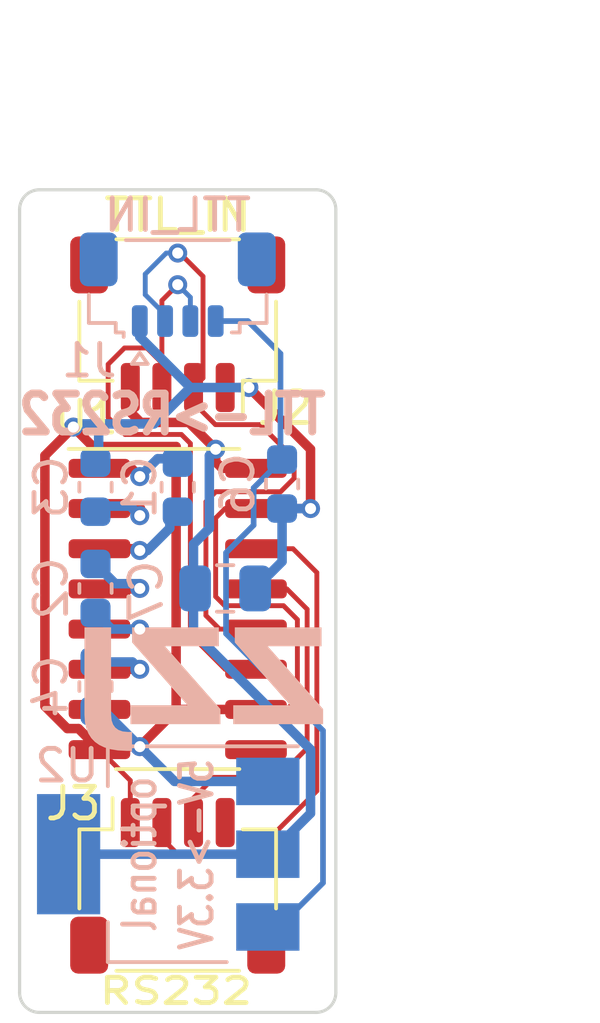
<source format=kicad_pcb>
(kicad_pcb (version 20221018) (generator pcbnew)
  (layers (0 "F.Cu" signal) (31 "B.Cu" signal) (34 "B.Paste" user) (35 "F.Paste" user) (36 "B.SilkS" user "B.Silkscreen") (37 "F.SilkS" user "F.Silkscreen") (38 "B.Mask" user) (39 "F.Mask" user) (44 "Edge.Cuts" user))
  (net 0 "")
  (net 1 "Net-(U1-C1+)")
  (net 2 "Net-(U1-C1-)")
  (net 3 "Net-(U1-C2+)")
  (net 4 "Net-(U1-C2-)")
  (net 5 "Net-(U1-VS+)")
  (net 6 "GND")
  (net 7 "Net-(U1-VS-)")
  (net 8 "+3V3")
  (net 9 "+5V")
  (net 10 "/RX_TTL")
  (net 11 "/TX_TTL")
  (net 12 "/RX_SER")
  (net 13 "/TX_SER")
  (footprint "Connector_JST:JST_SH_SM04B-SRSS-TB_1x04-1MP_P1.00mm_Horizontal" (layer "F.Cu") (at 116 88.25 180)
    (fp_text reference "J2" (at -3.4 -2.65) (layer "F.SilkS") (effects (font (thickness 0.153))))
    (fp_text value "TTL_IN" (at 0 3.45) (layer "F.SilkS") (effects (font (thickness 0.153))))
    (fp_line (start -3.11 -1.785) (end -2.06 -1.785) (stroke (width 0.12)) (layer "F.SilkS"))
    (fp_line (start -3.11 0.715) (end -3.11 -1.785) (stroke (width 0.12)) (layer "F.SilkS"))
    (fp_line (start -2.06 -1.785) (end -2.06 -2.775) (stroke (width 0.12)) (layer "F.SilkS"))
    (fp_line (start -1.94 2.685) (end 1.94 2.685) (stroke (width 0.12)) (layer "F.SilkS"))
    (fp_line (start 3.11 -1.785) (end 2.06 -1.785) (stroke (width 0.12)) (layer "F.SilkS"))
    (fp_line (start 3.11 0.715) (end 3.11 -1.785) (stroke (width 0.12)) (layer "F.SilkS"))
    (pad "1" smd roundrect (at -1.5 -2 180) (size 0.6 1.55) (layers "F.Cu" "F.Paste" "F.Mask") (net 6 "GND"))
    (pad "2" smd roundrect (at -0.5 -2 180) (size 0.6 1.55) (layers "F.Cu" "F.Paste" "F.Mask") (net 10 "/RX_TTL"))
    (pad "3" smd roundrect (at 0.5 -2 180) (size 0.6 1.55) (layers "F.Cu" "F.Paste" "F.Mask") (net 11 "/TX_TTL"))
    (pad "4" smd roundrect (at 1.5 -2 180) (size 0.6 1.55) (layers "F.Cu" "F.Paste" "F.Mask") (net 8 "+3V3"))
    (pad "MP" smd roundrect (at -2.8 1.875 180) (size 1.2 1.8) (layers "F.Cu" "F.Paste" "F.Mask") (roundrect_rratio 0.2083333333))
    (pad "MP" smd roundrect (at 2.8 1.875 180) (size 1.2 1.8) (layers "F.Cu" "F.Paste" "F.Mask") (roundrect_rratio 0.2083333333))
  )
  (footprint "Connector_JST:JST_SH_SM04B-SRSS-TB_1x04-1MP_P1.00mm_Horizontal" (layer "F.Cu") (at 116 106)
    (fp_text reference "J3" (at -3.3 -2.6) (layer "F.SilkS") (effects (font (thickness 0.153))))
    (fp_text value "RS232" (at -0.055658 3.326714) (layer "F.SilkS") (effects (font (size 0.8 1) (thickness 0.153))))
    (fp_line (start -3.11 -1.785) (end -2.06 -1.785) (stroke (width 0.12)) (layer "F.SilkS"))
    (fp_line (start -3.11 0.715) (end -3.11 -1.785) (stroke (width 0.12)) (layer "F.SilkS"))
    (fp_line (start -2.06 -1.785) (end -2.06 -2.775) (stroke (width 0.12)) (layer "F.SilkS"))
    (fp_line (start -1.94 2.685) (end 1.94 2.685) (stroke (width 0.12)) (layer "F.SilkS"))
    (fp_line (start 3.11 -1.785) (end 2.06 -1.785) (stroke (width 0.12)) (layer "F.SilkS"))
    (fp_line (start 3.11 0.715) (end 3.11 -1.785) (stroke (width 0.12)) (layer "F.SilkS"))
    (pad "1" smd roundrect (at -1.5 -2) (size 0.6 1.55) (layers "F.Cu" "F.Paste" "F.Mask") (net 6 "GND"))
    (pad "2" smd roundrect (at -0.5 -2) (size 0.6 1.55) (layers "F.Cu" "F.Paste" "F.Mask") (net 12 "/RX_SER"))
    (pad "3" smd roundrect (at 0.5 -2) (size 0.6 1.55) (layers "F.Cu" "F.Paste" "F.Mask") (net 13 "/TX_SER"))
    (pad "4" smd roundrect (at 1.5 -2) (size 0.6 1.55) (layers "F.Cu" "F.Paste" "F.Mask"))
    (pad "MP" smd roundrect (at -2.8 1.875) (size 1.2 1.8) (layers "F.Cu" "F.Paste" "F.Mask") (roundrect_rratio 0.2083333333))
    (pad "MP" smd roundrect (at 2.8 1.875) (size 1.2 1.8) (layers "F.Cu" "F.Paste" "F.Mask") (roundrect_rratio 0.2083333333))
  )
  (footprint "Package_SO:SOIC-16_3.9x9.9mm_P1.27mm" (layer "F.Cu") (at 116 97.25)
    (fp_text reference "U1" (at -2.9 -6.05) (layer "F.SilkS") (effects (font (thickness 0.153))))
    (fp_text value "MAX3232")
    (fp_line (start 0 -5.06) (end -3.45 -5.06) (stroke (width 0.12)) (layer "F.SilkS"))
    (fp_line (start 0 -5.06) (end 1.95 -5.06) (stroke (width 0.12)) (layer "F.SilkS"))
    (fp_line (start 0 5.06) (end -1.95 5.06) (stroke (width 0.12)) (layer "F.SilkS"))
    (fp_line (start 0 5.06) (end 1.95 5.06) (stroke (width 0.12)) (layer "F.SilkS"))
    (pad "1" smd roundrect (at -2.475 -4.445) (size 1.95 0.6) (layers "F.Cu" "F.Paste" "F.Mask") (net 1 "Net-(U1-C1+)"))
    (pad "2" smd roundrect (at -2.475 -3.175) (size 1.95 0.6) (layers "F.Cu" "F.Paste" "F.Mask") (net 5 "Net-(U1-VS+)"))
    (pad "3" smd roundrect (at -2.475 -1.905) (size 1.95 0.6) (layers "F.Cu" "F.Paste" "F.Mask") (net 2 "Net-(U1-C1-)"))
    (pad "4" smd roundrect (at -2.475 -0.635) (size 1.95 0.6) (layers "F.Cu" "F.Paste" "F.Mask") (net 3 "Net-(U1-C2+)"))
    (pad "5" smd roundrect (at -2.475 0.635) (size 1.95 0.6) (layers "F.Cu" "F.Paste" "F.Mask") (net 4 "Net-(U1-C2-)"))
    (pad "6" smd roundrect (at -2.475 1.905) (size 1.95 0.6) (layers "F.Cu" "F.Paste" "F.Mask") (net 7 "Net-(U1-VS-)"))
    (pad "7" smd roundrect (at -2.475 3.175) (size 1.95 0.6) (layers "F.Cu" "F.Paste" "F.Mask"))
    (pad "8" smd roundrect (at -2.475 4.445) (size 1.95 0.6) (layers "F.Cu" "F.Paste" "F.Mask") (net 6 "GND"))
    (pad "9" smd roundrect (at 2.475 4.445) (size 1.95 0.6) (layers "F.Cu" "F.Paste" "F.Mask"))
    (pad "10" smd roundrect (at 2.475 3.175) (size 1.95 0.6) (layers "F.Cu" "F.Paste" "F.Mask") (net 6 "GND"))
    (pad "11" smd roundrect (at 2.475 1.905) (size 1.95 0.6) (layers "F.Cu" "F.Paste" "F.Mask") (net 11 "/TX_TTL"))
    (pad "12" smd roundrect (at 2.475 0.635) (size 1.95 0.6) (layers "F.Cu" "F.Paste" "F.Mask") (net 10 "/RX_TTL"))
    (pad "13" smd roundrect (at 2.475 -0.635) (size 1.95 0.6) (layers "F.Cu" "F.Paste" "F.Mask") (net 13 "/TX_SER"))
    (pad "14" smd roundrect (at 2.475 -1.905) (size 1.95 0.6) (layers "F.Cu" "F.Paste" "F.Mask") (net 12 "/RX_SER"))
    (pad "15" smd roundrect (at 2.475 -3.175) (size 1.95 0.6) (layers "F.Cu" "F.Paste" "F.Mask") (net 6 "GND"))
    (pad "16" smd roundrect (at 2.475 -4.445) (size 1.95 0.6) (layers "F.Cu" "F.Paste" "F.Mask") (net 8 "+3V3"))
  )
  (footprint "Package_TO_SOT_SMD:SOT-223-3_TabPin2" (layer "B.Cu") (at 115.7 105 180)
    (fp_text reference "U2" (at 3.2 2.8 180) (layer "B.SilkS") (effects (font (thickness 0.153)) (justify mirror)))
    (fp_text value "AMS1117-3.3")
    (fp_text user "5V->3.3V" (at -0.9 0 90 unlocked) (layer "B.SilkS") (effects (font (size 1 0.8) (thickness 0.153)) (justify mirror)))
    (fp_text user "optional" (at 0.9 0 90 unlocked) (layer "B.SilkS") (effects (font (size 1 0.8) (thickness 0.153)) (justify mirror)))
    (fp_line (start -4.1 3.41) (end 1.91 3.41) (stroke (width 0.12)) (layer "B.SilkS"))
    (fp_line (start -1.85 -3.41) (end 1.91 -3.41) (stroke (width 0.12)) (layer "B.SilkS"))
    (fp_line (start 1.91 -3.41) (end 1.91 -2.15) (stroke (width 0.12)) (layer "B.SilkS"))
    (fp_line (start 1.91 3.41) (end 1.91 2.15) (stroke (width 0.12)) (layer "B.SilkS"))
    (pad "1" smd rect (at -3.15 2.3 180) (size 2 1.5) (layers "B.Cu" "B.Paste" "B.Mask") (net 6 "GND"))
    (pad "2" smd rect (at -3.15 0 180) (size 2 1.5) (layers "B.Cu" "B.Paste" "B.Mask") (net 8 "+3V3"))
    (pad "2" smd rect (at 3.15 0 180) (size 2 3.8) (layers "B.Cu" "B.Paste" "B.Mask") (net 8 "+3V3"))
    (pad "3" smd rect (at -3.15 -2.3 180) (size 2 1.5) (layers "B.Cu" "B.Paste" "B.Mask") (net 9 "+5V"))
  )
  (footprint "Capacitor_SMD:C_0805_2012Metric" (layer "B.Cu") (at 117.5 96.6)
    (fp_text reference "C7" (at -2.5 0.1 -90) (layer "B.SilkS") (effects (font (thickness 0.153)) (justify mirror)))
    (fp_text value "22uF")
    (fp_line (start -0.261252 -0.735) (end 0.261252 -0.735) (stroke (width 0.12)) (layer "B.SilkS"))
    (fp_line (start -0.261252 0.735) (end 0.261252 0.735) (stroke (width 0.12)) (layer "B.SilkS"))
    (pad "1" smd roundrect (at -0.95 0) (size 1 1.45) (layers "B.Cu" "B.Paste" "B.Mask") (net 8 "+3V3"))
    (pad "2" smd roundrect (at 0.95 0) (size 1 1.45) (layers "B.Cu" "B.Paste" "B.Mask") (net 6 "GND"))
  )
  (footprint "Capacitor_SMD:C_0603_1608Metric" (layer "B.Cu") (at 119.3 93.3 90)
    (fp_text reference "C6" (at 0 -1.4 90) (layer "B.SilkS") (effects (font (thickness 0.153)) (justify mirror)))
    (fp_text value "100nF")
    (fp_line (start -0.14058 -0.51) (end 0.14058 -0.51) (stroke (width 0.12)) (layer "B.SilkS"))
    (fp_line (start -0.14058 0.51) (end 0.14058 0.51) (stroke (width 0.12)) (layer "B.SilkS"))
    (pad "1" smd roundrect (at -0.775 0 90) (size 0.9 0.95) (layers "B.Cu" "B.Paste" "B.Mask") (net 6 "GND"))
    (pad "2" smd roundrect (at 0.775 0 90) (size 0.9 0.95) (layers "B.Cu" "B.Paste" "B.Mask") (net 9 "+5V"))
  )
  (footprint "Capacitor_SMD:C_0603_1608Metric" (layer "B.Cu") (at 116 93.4 -90)
    (fp_text reference "C1" (at 0 1.2 90) (layer "B.SilkS") (effects (font (thickness 0.153)) (justify mirror)))
    (fp_text value "100nF")
    (fp_line (start -0.14058 -0.51) (end 0.14058 -0.51) (stroke (width 0.12)) (layer "B.SilkS"))
    (fp_line (start -0.14058 0.51) (end 0.14058 0.51) (stroke (width 0.12)) (layer "B.SilkS"))
    (pad "1" smd roundrect (at -0.775 0 270) (size 0.9 0.95) (layers "B.Cu" "B.Paste" "B.Mask") (net 1 "Net-(U1-C1+)"))
    (pad "2" smd roundrect (at 0.775 0 270) (size 0.9 0.95) (layers "B.Cu" "B.Paste" "B.Mask") (net 2 "Net-(U1-C1-)"))
  )
  (footprint "Connector_JST:JST_SUR_SM04B-SURS-TF_1x04-1MP_P0.80mm_Horizontal" (layer "B.Cu") (at 116 87)
    (fp_text reference "J1" (at -2.8 2.4) (layer "B.SilkS") (effects (font (thickness 0.153)) (justify mirror)))
    (fp_text value "TTL_IN" (at 0 -2.2 unlocked) (layer "B.SilkS") (effects (font (thickness 0.153)) (justify mirror)))
    (fp_line (start -2.81 0.31) (end -2.81 1.21) (stroke (width 0.12)) (layer "B.SilkS"))
    (fp_line (start -2.81 1.21) (end -1.96 1.21) (stroke (width 0.12)) (layer "B.SilkS"))
    (fp_line (start -1.96 1.21) (end -1.96 1.51) (stroke (width 0.12)) (layer "B.SilkS"))
    (fp_line (start -1.96 1.51) (end -1.71 1.51) (stroke (width 0.12)) (layer "B.SilkS"))
    (fp_line (start -1.71 1.51) (end -1.71 1.65) (stroke (width 0.12)) (layer "B.SilkS"))
    (fp_line (start -1.64 -1.41) (end 1.64 -1.41) (stroke (width 0.12)) (layer "B.SilkS"))
    (fp_line (start -1.45 2.503553) (end -1.2 2.15) (stroke (width 0.12)) (layer "B.SilkS"))
    (fp_line (start -1.2 2.15) (end -0.95 2.503553) (stroke (width 0.12)) (layer "B.SilkS"))
    (fp_line (start -0.95 2.503553) (end -1.45 2.503553) (stroke (width 0.12)) (layer "B.SilkS"))
    (fp_line (start 1.96 1.21) (end 1.96 1.51) (stroke (width 0.12)) (layer "B.SilkS"))
    (fp_line (start 1.96 1.51) (end 1.71 1.51) (stroke (width 0.12)) (layer "B.SilkS"))
    (fp_line (start 2.81 0.31) (end 2.81 1.21) (stroke (width 0.12)) (layer "B.SilkS"))
    (fp_line (start 2.81 1.21) (end 1.96 1.21) (stroke (width 0.12)) (layer "B.SilkS"))
    (pad "1" smd roundrect (at -1.2 1.15) (size 0.5 1) (layers "B.Cu" "B.Paste" "B.Mask") (net 6 "GND"))
    (pad "2" smd roundrect (at -0.4 1.15) (size 0.5 1) (layers "B.Cu" "B.Paste" "B.Mask") (net 10 "/RX_TTL"))
    (pad "3" smd roundrect (at 0.4 1.15) (size 0.5 1) (layers "B.Cu" "B.Paste" "B.Mask") (net 11 "/TX_TTL"))
    (pad "4" smd roundrect (at 1.2 1.15) (size 0.5 1) (layers "B.Cu" "B.Paste" "B.Mask") (net 9 "+5V"))
    (pad "MP" smd roundrect (at -2.5 -0.8) (size 1.2 1.7) (layers "B.Cu" "B.Paste" "B.Mask") (roundrect_rratio 0.2083333333))
    (pad "MP" smd roundrect (at 2.5 -0.8) (size 1.2 1.7) (layers "B.Cu" "B.Paste" "B.Mask") (roundrect_rratio 0.2083333333))
  )
  (footprint "Capacitor_SMD:C_0603_1608Metric" (layer "B.Cu") (at 113.4 93.4 90)
    (fp_text reference "C3" (at 0 -1.4 90) (layer "B.SilkS") (effects (font (thickness 0.153)) (justify mirror)))
    (fp_text value "100nF")
    (fp_line (start -0.14058 -0.51) (end 0.14058 -0.51) (stroke (width 0.12)) (layer "B.SilkS"))
    (fp_line (start -0.14058 0.51) (end 0.14058 0.51) (stroke (width 0.12)) (layer "B.SilkS"))
    (pad "1" smd roundrect (at -0.775 0 90) (size 0.9 0.95) (layers "B.Cu" "B.Paste" "B.Mask") (net 5 "Net-(U1-VS+)"))
    (pad "2" smd roundrect (at 0.775 0 90) (size 0.9 0.95) (layers "B.Cu" "B.Paste" "B.Mask") (net 6 "GND"))
  )
  (footprint "Capacitor_SMD:C_0603_1608Metric" (layer "B.Cu") (at 113.4 99.7 -90)
    (fp_text reference "C4" (at 0 1.4 90) (layer "B.SilkS") (effects (font (thickness 0.153)) (justify mirror)))
    (fp_text value "100nF")
    (fp_line (start -0.14058 -0.51) (end 0.14058 -0.51) (stroke (width 0.12)) (layer "B.SilkS"))
    (fp_line (start -0.14058 0.51) (end 0.14058 0.51) (stroke (width 0.12)) (layer "B.SilkS"))
    (pad "1" smd roundrect (at -0.775 0 270) (size 0.9 0.95) (layers "B.Cu" "B.Paste" "B.Mask") (net 7 "Net-(U1-VS-)"))
    (pad "2" smd roundrect (at 0.775 0 270) (size 0.9 0.95) (layers "B.Cu" "B.Paste" "B.Mask") (net 6 "GND"))
  )
  (footprint "Capacitor_SMD:C_0603_1608Metric" (layer "B.Cu") (at 113.4 96.6 -90)
    (fp_text reference "C2" (at 0 1.4 90) (layer "B.SilkS") (effects (font (thickness 0.153)) (justify mirror)))
    (fp_text value "100nF")
    (fp_line (start -0.14058 -0.51) (end 0.14058 -0.51) (stroke (width 0.12)) (layer "B.SilkS"))
    (fp_line (start -0.14058 0.51) (end 0.14058 0.51) (stroke (width 0.12)) (layer "B.SilkS"))
    (pad "1" smd roundrect (at -0.775 0 270) (size 0.9 0.95) (layers "B.Cu" "B.Paste" "B.Mask") (net 3 "Net-(U1-C2+)"))
    (pad "2" smd roundrect (at 0.775 0 270) (size 0.9 0.95) (layers "B.Cu" "B.Paste" "B.Mask") (net 4 "Net-(U1-C2-)"))
  )
  (gr_line (start 121 109.375736) (end 121 84.624264) (stroke (width 0.1)) (layer "Edge.Cuts"))
  (gr_line (start 111 84.624264) (end 111 109.375736) (stroke (width 0.1)) (layer "Edge.Cuts"))
  (gr_line (start 111.624264 110) (end 120.375736 110) (stroke (width 0.1)) (layer "Edge.Cuts"))
  (gr_arc (start 111 84.624264) (mid 111.182843 84.182843) (end 111.624264 84) (stroke (width 0.1)) (layer "Edge.Cuts"))
  (gr_arc (start 111.624264 110) (mid 111.182853 109.817147) (end 111 109.375736) (stroke (width 0.1)) (layer "Edge.Cuts"))
  (gr_arc (start 121 109.375736) (mid 120.817147 109.817147) (end 120.375736 110) (stroke (width 0.1)) (layer "Edge.Cuts"))
  (gr_arc (start 120.375736 84) (mid 120.817157 84.182843) (end 121 84.624264) (stroke (width 0.1)) (layer "Edge.Cuts"))
  (gr_line (start 120.375736 84) (end 111.624264 84) (stroke (width 0.1)) (layer "Edge.Cuts"))
  (gr_text "ZZJ" (at 120.8 101.4) (layer "B.SilkS") (effects (font (size 3 3.2) (thickness 0.6) bold) (justify left bottom mirror)))
  (gr_text "TTL->RS232" (at 120.8 91.8) (layer "B.SilkS") (effects (font (size 1.2 1) (thickness 0.25) bold) (justify left bottom mirror)))
  (segment (start 113.525 92.805) (end 114.53999 92.805) (width 0.3) (layer "F.Cu") (net 1))
  (segment (start 114.53999 92.805) (end 114.8 93.06501) (width 0.3) (layer "F.Cu") (net 1))
  (via (at 114.8 93.06501) (size 0.6) (drill 0.35) (layers "F.Cu" "B.Cu") (net 1))
  (segment (start 116 92.5) (end 115.36501 92.5) (width 0.3) (layer "B.Cu") (net 1))
  (segment (start 115.36501 92.5) (end 114.8 93.06501) (width 0.3) (layer "B.Cu") (net 1))
  (segment (start 113.525 95.345) (end 114.744997 95.345) (width 0.3) (layer "F.Cu") (net 2))
  (segment (start 114.744997 95.345) (end 114.8 95.400003) (width 0.3) (layer "F.Cu") (net 2))
  (via (at 114.8 95.400003) (size 0.6) (drill 0.35) (layers "F.Cu" "B.Cu") (net 2))
  (segment (start 115.75 94.693503) (end 115.0435 95.400003) (width 0.3) (layer "B.Cu") (net 2))
  (segment (start 115.0435 95.400003) (end 114.8 95.400003) (width 0.3) (layer "B.Cu") (net 2))
  (segment (start 115.75 94.495) (end 115.75 94.693503) (width 0.3) (layer "B.Cu") (net 2))
  (segment (start 113.525 96.615) (end 114.785 96.615) (width 0.3) (layer "F.Cu") (net 3))
  (segment (start 114.785 96.615) (end 114.800003 96.599997) (width 0.3) (layer "F.Cu") (net 3))
  (via (at 114.800003 96.599997) (size 0.6) (drill 0.35) (layers "F.Cu" "B.Cu") (net 3))
  (segment (start 114.025 96.45) (end 114.735 96.45) (width 0.3) (layer "B.Cu") (net 3))
  (segment (start 113.4 95.825) (end 114.025 96.45) (width 0.3) (layer "B.Cu") (net 3))
  (segment (start 114.800003 96.515003) (end 114.800003 96.599997) (width 0.154) (layer "B.Cu") (net 3))
  (segment (start 114.735 96.45) (end 114.800003 96.515003) (width 0.154) (layer "B.Cu") (net 3))
  (segment (start 113.525 97.885) (end 114.8 97.884999) (width 0.3) (layer "F.Cu") (net 4))
  (via (at 114.8 97.884999) (size 0.6) (drill 0.35) (layers "F.Cu" "B.Cu") (net 4))
  (segment (start 113.4 97.375) (end 113.909999 97.884999) (width 0.3) (layer "B.Cu") (net 4))
  (segment (start 114.914993 97.884999) (end 114.8 97.884999) (width 0.154) (layer "B.Cu") (net 4))
  (segment (start 113.909999 97.884999) (end 114.914993 97.884999) (width 0.3) (layer "B.Cu") (net 4))
  (segment (start 113.525 94.075) (end 114.825 94.075) (width 0.3) (layer "F.Cu") (net 5))
  (segment (start 114.825 94.275) (end 114.8 94.3) (width 0.154) (layer "F.Cu") (net 5))
  (segment (start 114.825 94.075) (end 114.825 94.275) (width 0.154) (layer "F.Cu") (net 5))
  (via (at 114.8 94.3) (size 0.6) (drill 0.35) (layers "F.Cu" "B.Cu") (net 5))
  (segment (start 114.5 94) (end 114.8 94.3) (width 0.3) (layer "B.Cu") (net 5))
  (segment (start 113.5 94) (end 114.5 94) (width 0.3) (layer "B.Cu") (net 5))
  (segment (start 112.7 91.5) (end 113.314986 92.114986) (width 0.3) (layer "F.Cu") (net 6))
  (segment (start 118.475 100.425) (end 115.974994 100.425) (width 0.3) (layer "F.Cu") (net 6))
  (segment (start 118.249992 90.25) (end 118.25 90.249992) (width 0.3) (layer "F.Cu") (net 6))
  (segment (start 119.784 97.584) (end 119.346 97.146) (width 0.154) (layer "F.Cu") (net 6))
  (segment (start 117.5 90.25) (end 117.935578 90.25) (width 0.3) (layer "F.Cu") (net 6))
  (segment (start 112.859 101.029) (end 112.50779 101.029) (width 0.3) (layer "F.Cu") (net 6))
  (segment (start 117.2 94.375001) (end 117.500001 94.075) (width 0.154) (layer "F.Cu") (net 6))
  (segment (start 120.2 92.2) (end 120.2 94.075) (width 0.3) (layer "F.Cu") (net 6))
  (segment (start 115.95 100.449994) (end 114.8 101.599994) (width 0.3) (layer "F.Cu") (net 6))
  (segment (start 114.5 102.67) (end 114.5 104.5) (width 0.154) (layer "F.Cu") (net 6))
  (segment (start 113.62 101.6) (end 114.799994 101.6) (width 0.3) (layer "F.Cu") (net 6))
  (segment (start 119.449999 100.425) (end 119.784 100.090999) (width 0.154) (layer "F.Cu") (net 6))
  (segment (start 119.784 100.090999) (end 119.784 97.584) (width 0.154) (layer "F.Cu") (net 6))
  (segment (start 117.488028 97.146) (end 117.2 96.857972) (width 0.154) (layer "F.Cu") (net 6))
  (segment (start 117.2 96.857972) (end 117.2 94.375001) (width 0.154) (layer "F.Cu") (net 6))
  (segment (start 120.2 94.075) (end 118.475 94.075) (width 0.3) (layer "F.Cu") (net 6))
  (segment (start 115.974994 100.425) (end 114.8 101.599994) (width 0.3) (layer "F.Cu") (net 6))
  (segment (start 117.935578 90.25) (end 118.249992 90.25) (width 0.3) (layer "F.Cu") (net 6))
  (segment (start 112.50779 101.029) (end 111.8 100.32121) (width 0.3) (layer "F.Cu") (net 6))
  (segment (start 113.525 101.695) (end 112.859 101.029) (width 0.3) (layer "F.Cu") (net 6))
  (segment (start 118.25 90.25) (end 120.2 92.2) (width 0.3) (layer "F.Cu") (net 6))
  (segment (start 119.346 97.146) (end 117.488028 97.146) (width 0.154) (layer "F.Cu") (net 6))
  (segment (start 111.8 92.4) (end 112.7 91.5) (width 0.3) (layer "F.Cu") (net 6))
  (segment (start 118.475 100.425) (end 119.449999 100.425) (width 0.154) (layer "F.Cu") (net 6))
  (segment (start 117.935578 90.25) (end 118.25 90.25) (width 0.3) (layer "F.Cu") (net 6))
  (segment (start 111.8 100.32121) (end 111.8 92.4) (width 0.3) (layer "F.Cu") (net 6))
  (segment (start 115.95 92.114986) (end 115.95 100.449994) (width 0.3) (layer "F.Cu") (net 6))
  (segment (start 117.500001 94.075) (end 118.475 94.075) (width 0.154) (layer "F.Cu") (net 6))
  (segment (start 113.525 101.695) (end 114.5 102.67) (width 0.154) (layer "F.Cu") (net 6))
  (segment (start 114.799994 101.6) (end 114.8 101.599994) (width 0.3) (layer "F.Cu") (net 6))
  (segment (start 113.314986 92.114986) (end 115.95 92.114986) (width 0.3) (layer "F.Cu") (net 6))
  (via (at 114.8 101.599994) (size 0.6) (drill 0.35) (layers "F.Cu" "B.Cu") (net 6))
  (via (at 118.25 90.249992) (size 0.6) (drill 0.35) (layers "F.Cu" "B.Cu") (net 6))
  (via (at 120.2 94.075006) (size 0.6) (drill 0.35) (layers "F.Cu" "B.Cu") (net 6))
  (via (at 112.7 91.5) (size 0.6) (drill 0.35) (layers "F.Cu" "B.Cu") (net 6))
  (segment (start 119.3 95.75) (end 118.45 96.6) (width 0.3) (layer "B.Cu") (net 6))
  (segment (start 119 102.7) (end 115.900006 102.7) (width 0.3) (layer "B.Cu") (net 6))
  (segment (start 115.249984 91.4) (end 113.8 91.4) (width 0.3) (layer "B.Cu") (net 6))
  (segment (start 113.675006 100.475) (end 114.8 101.599994) (width 0.3) (layer "B.Cu") (net 6))
  (segment (start 119.3 94.075) (end 120.199994 94.075) (width 0.3) (layer "B.Cu") (net 6))
  (segment (start 114.8 88.649999) (end 116.399992 90.249992) (width 0.3) (layer "B.Cu") (net 6))
  (segment (start 114.8 88.15) (end 114.8 88.7) (width 0.154) (layer "B.Cu") (net 6))
  (segment (start 114.8 88.15) (end 114.8 88.649999) (width 0.3) (layer "B.Cu") (net 6))
  (segment (start 113.8 91.4) (end 112.8 91.4) (width 0.3) (layer "B.Cu") (net 6))
  (segment (start 113.4 100.475) (end 113.675006 100.475) (width 0.3) (layer "B.Cu") (net 6))
  (segment (start 116.399992 90.249992) (end 115.249984 91.4) (width 0.3) (layer "B.Cu") (net 6))
  (segment (start 120.199994 94.075) (end 120.2 94.075006) (width 0.3) (layer "B.Cu") (net 6))
  (segment (start 113.5 91.5) (end 113.5 92.45) (width 0.3) (layer "B.Cu") (net 6))
  (segment (start 112.8 91.4) (end 112.7 91.5) (width 0.3) (layer "B.Cu") (net 6))
  (segment (start 119.3 94.075) (end 119.3 95.75) (width 0.3) (layer "B.Cu") (net 6))
  (segment (start 115.900006 102.7) (end 114.8 101.599994) (width 0.3) (layer "B.Cu") (net 6))
  (segment (start 116.399992 90.249992) (end 118.25 90.249992) (width 0.3) (layer "B.Cu") (net 6))
  (segment (start 114.945 99.155) (end 114.800004 99.155) (width 0.154) (layer "F.Cu") (net 7))
  (segment (start 113.525 99.155) (end 114.945 99.155) (width 0.3) (layer "F.Cu") (net 7))
  (via (at 114.800004 99.155) (size 0.6) (drill 0.35) (layers "F.Cu" "B.Cu") (net 7))
  (segment (start 114.570004 98.925) (end 114.800004 99.155) (width 0.3) (layer "B.Cu") (net 7))
  (segment (start 113.4 98.925) (end 114.570004 98.925) (width 0.3) (layer "B.Cu") (net 7))
  (segment (start 117.2 92.2) (end 117.2 92.599998) (width 0.3) (layer "F.Cu") (net 8))
  (segment (start 114.5 90.25) (end 114.5 91.024999) (width 0.3) (layer "F.Cu") (net 8))
  (segment (start 114.827987 91.352986) (end 116.352986 91.352986) (width 0.3) (layer "F.Cu") (net 8))
  (segment (start 118.475 92.805) (end 117.405 92.805) (width 0.3) (layer "F.Cu") (net 8))
  (segment (start 117.2 92.2) (end 117.2 92.6) (width 0.3) (layer "F.Cu") (net 8))
  (segment (start 114.5 91.024999) (end 114.827987 91.352986) (width 0.3) (layer "F.Cu") (net 8))
  (segment (start 117.2 92.599998) (end 117.200001 92.599999) (width 0.3) (layer "F.Cu") (net 8))
  (segment (start 116.352986 91.352986) (end 117.2 92.2) (width 0.3) (layer "F.Cu") (net 8))
  (segment (start 117.2 92.6) (end 117.200001 92.599999) (width 0.154) (layer "F.Cu") (net 8))
  (segment (start 117.405 92.805) (end 117.2 92.6) (width 0.3) (layer "F.Cu") (net 8))
  (via (at 117.2 92.2) (size 0.6) (drill 0.35) (layers "F.Cu" "B.Cu") (net 8))
  (segment (start 117 94.7) (end 117 92.4) (width 0.3) (layer "B.Cu") (net 8))
  (segment (start 117 92.4) (end 117.2 92.2) (width 0.3) (layer "B.Cu") (net 8))
  (segment (start 120.2 101.692) (end 116.5 97.992) (width 0.3) (layer "B.Cu") (net 8))
  (segment (start 116.5 97.992) (end 116.5 95.2) (width 0.3) (layer "B.Cu") (net 8))
  (segment (start 116.5 95.2) (end 117 94.7) (width 0.3) (layer "B.Cu") (net 8))
  (segment (start 112.7 105) (end 118.908 105) (width 0.3) (layer "B.Cu") (net 8))
  (segment (start 120.2 103.708) (end 120.2 101.692) (width 0.3) (layer "B.Cu") (net 8))
  (segment (start 118.908 105) (end 120.2 103.708) (width 0.3) (layer "B.Cu") (net 8))
  (segment (start 118.4 94.6) (end 118.4 93.425) (width 0.18) (layer "B.Cu") (net 9))
  (segment (start 120.594 105.906) (end 120.594 101.094) (width 0.18) (layer "B.Cu") (net 9))
  (segment (start 118.219555 88.15) (end 117.2 88.15) (width 0.18) (layer "B.Cu") (net 9))
  (segment (start 117.528331 98.028331) (end 117.528331 95.471669) (width 0.18) (layer "B.Cu") (net 9))
  (segment (start 117.528331 95.471669) (end 118.4 94.6) (width 0.18) (layer "B.Cu") (net 9))
  (segment (start 119.25 92.575) (end 119.25 89.180445) (width 0.18) (layer "B.Cu") (net 9))
  (segment (start 120.594 101.094) (end 117.528331 98.028331) (width 0.18) (layer "B.Cu") (net 9))
  (segment (start 119.25 89.180445) (end 118.219555 88.15) (width 0.18) (layer "B.Cu") (net 9))
  (segment (start 119.2 107.3) (end 120.594 105.906) (width 0.18) (layer "B.Cu") (net 9))
  (segment (start 118.4 93.425) (end 119.25 92.575) (width 0.18) (layer "B.Cu") (net 9))
  (segment (start 119.681 92.493028) (end 119.681 93.116972) (width 0.154) (layer "F.Cu") (net 10))
  (segment (start 116.799999 86.736506) (end 116.063493 86) (width 0.154) (layer "F.Cu") (net 10))
  (segment (start 116.063493 86) (end 116 86) (width 0.154) (layer "F.Cu") (net 10))
  (segment (start 117.206 93.544) (end 116.892 93.858) (width 0.154) (layer "F.Cu") (net 10))
  (segment (start 116.799999 89.950001) (end 116.799999 86.736506) (width 0.154) (layer "F.Cu") (net 10))
  (segment (start 116.5 90.25) (end 116.799999 89.950001) (width 0.154) (layer "F.Cu") (net 10))
  (segment (start 117.192408 91.423) (end 118.610972 91.423) (width 0.154) (layer "F.Cu") (net 10))
  (segment (start 119.681 93.116972) (end 119.253972 93.544) (width 0.154) (layer "F.Cu") (net 10))
  (segment (start 117.320578 97.885) (end 118.475 97.885) (width 0.154) (layer "F.Cu") (net 10))
  (segment (start 116.892 97.456422) (end 117.320578 97.885) (width 0.154) (layer "F.Cu") (net 10))
  (segment (start 119.253972 93.544) (end 117.206 93.544) (width 0.154) (layer "F.Cu") (net 10))
  (segment (start 118.610972 91.423) (end 119.681 92.493028) (width 0.154) (layer "F.Cu") (net 10))
  (segment (start 116.5 90.730592) (end 117.192408 91.423) (width 0.154) (layer "F.Cu") (net 10))
  (segment (start 116.892 93.858) (end 116.892 97.456422) (width 0.154) (layer "F.Cu") (net 10))
  (via (at 116 86) (size 0.6) (drill 0.35) (layers "F.Cu" "B.Cu") (net 10))
  (segment (start 115.636511 86) (end 116 86) (width 0.154) (layer "B.Cu") (net 10))
  (segment (start 114.973 87.316076) (end 114.973 86.663511) (width 0.154) (layer "B.Cu") (net 10))
  (segment (start 115.6 87.943076) (end 114.973 87.316076) (width 0.154) (layer "B.Cu") (net 10))
  (segment (start 114.973 86.663511) (end 115.636511 86) (width 0.154) (layer "B.Cu") (net 10))
  (segment (start 115.5 87.500004) (end 116.000004 87) (width 0.154) (layer "F.Cu") (net 11))
  (segment (start 115.5 89.475001) (end 115.024999 89) (width 0.154) (layer "F.Cu") (net 11))
  (segment (start 115.5 90.25) (end 115.5 87.500004) (width 0.154) (layer "F.Cu") (net 11))
  (segment (start 113.8 91.2) (end 114.333986 91.733986) (width 0.154) (layer "F.Cu") (net 11))
  (segment (start 116.116304 91.733986) (end 116.4 92.017682) (width 0.154) (layer "F.Cu") (net 11))
  (segment (start 115.024999 89) (end 114.316014 89) (width 0.154) (layer "F.Cu") (net 11))
  (segment (start 116.4 98.054999) (end 117.500001 99.155) (width 0.154) (layer "F.Cu") (net 11))
  (segment (start 114.333986 91.733986) (end 116.116304 91.733986) (width 0.154) (layer "F.Cu") (net 11))
  (segment (start 113.8 89.516014) (end 113.8 91.2) (width 0.154) (layer "F.Cu") (net 11))
  (segment (start 117.500001 99.155) (end 118.475 99.155) (width 0.154) (layer "F.Cu") (net 11))
  (segment (start 116.4 92.017682) (end 116.4 98.054999) (width 0.154) (layer "F.Cu") (net 11))
  (segment (start 115.5 90.25) (end 115.5 89.475001) (width 0.154) (layer "F.Cu") (net 11))
  (segment (start 114.316014 89) (end 113.8 89.516014) (width 0.154) (layer "F.Cu") (net 11))
  (via (at 116.000004 87) (size 0.6) (drill 0.35) (layers "F.Cu" "B.Cu") (net 11))
  (segment (start 116.4 87.399996) (end 116.000004 87) (width 0.154) (layer "B.Cu") (net 11))
  (segment (start 116.4 88.15) (end 116.4 87.399996) (width 0.154) (layer "B.Cu") (net 11))
  (segment (start 118.394 105.006) (end 120.4 103) (width 0.154) (layer "F.Cu") (net 12))
  (segment (start 119.645 95.345) (end 118.475 95.345) (width 0.154) (layer "F.Cu") (net 12))
  (segment (start 115.5 104.5) (end 116.006 105.006) (width 0.154) (layer "F.Cu") (net 12))
  (segment (start 120.4 96.1) (end 119.645 95.345) (width 0.154) (layer "F.Cu") (net 12))
  (segment (start 120.4 103) (end 120.4 96.1) (width 0.154) (layer "F.Cu") (net 12))
  (segment (start 116.006 105.006) (end 118.394 105.006) (width 0.154) (layer "F.Cu") (net 12))
  (segment (start 118.475 96.615) (end 119.449999 96.615) (width 0.154) (layer "F.Cu") (net 13))
  (segment (start 117.152987 102.572014) (end 116.5 103.225001) (width 0.154) (layer "F.Cu") (net 13))
  (segment (start 120.092 101.652028) (end 119.172014 102.572014) (width 0.154) (layer "F.Cu") (net 13))
  (segment (start 120.092 97.257001) (end 120.092 101.652028) (width 0.154) (layer "F.Cu") (net 13))
  (segment (start 119.449999 96.615) (end 120.092 97.257001) (width 0.154) (layer "F.Cu") (net 13))
  (segment (start 116.5 103.225001) (end 116.5 104) (width 0.154) (layer "F.Cu") (net 13))
  (segment (start 119.172014 102.572014) (end 117.152987 102.572014) (width 0.154) (layer "F.Cu") (net 13))
)
</source>
